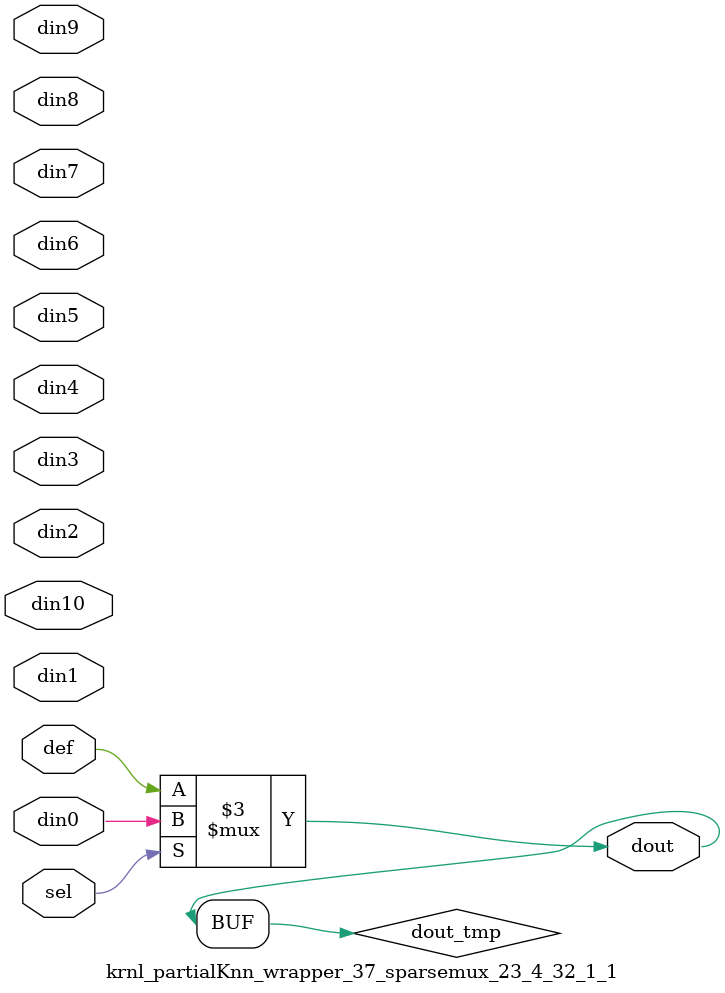
<source format=v>
`timescale 1 ns / 1 ps
module krnl_partialKnn_wrapper_37_sparsemux_23_4_32_1_1 (din0,din1,din2,din3,din4,din5,din6,din7,din8,din9,din10,def,sel,dout);
parameter din0_WIDTH = 1;
parameter din1_WIDTH = 1;
parameter din2_WIDTH = 1;
parameter din3_WIDTH = 1;
parameter din4_WIDTH = 1;
parameter din5_WIDTH = 1;
parameter din6_WIDTH = 1;
parameter din7_WIDTH = 1;
parameter din8_WIDTH = 1;
parameter din9_WIDTH = 1;
parameter din10_WIDTH = 1;
parameter def_WIDTH = 1;
parameter sel_WIDTH = 1;
parameter dout_WIDTH = 1;
parameter [sel_WIDTH-1:0] CASE0 = 1;
parameter [sel_WIDTH-1:0] CASE1 = 1;
parameter [sel_WIDTH-1:0] CASE2 = 1;
parameter [sel_WIDTH-1:0] CASE3 = 1;
parameter [sel_WIDTH-1:0] CASE4 = 1;
parameter [sel_WIDTH-1:0] CASE5 = 1;
parameter [sel_WIDTH-1:0] CASE6 = 1;
parameter [sel_WIDTH-1:0] CASE7 = 1;
parameter [sel_WIDTH-1:0] CASE8 = 1;
parameter [sel_WIDTH-1:0] CASE9 = 1;
parameter [sel_WIDTH-1:0] CASE10 = 1;
parameter ID = 1;
parameter NUM_STAGE = 1;
input [din0_WIDTH-1:0] din0;
input [din1_WIDTH-1:0] din1;
input [din2_WIDTH-1:0] din2;
input [din3_WIDTH-1:0] din3;
input [din4_WIDTH-1:0] din4;
input [din5_WIDTH-1:0] din5;
input [din6_WIDTH-1:0] din6;
input [din7_WIDTH-1:0] din7;
input [din8_WIDTH-1:0] din8;
input [din9_WIDTH-1:0] din9;
input [din10_WIDTH-1:0] din10;
input [def_WIDTH-1:0] def;
input [sel_WIDTH-1:0] sel;
output [dout_WIDTH-1:0] dout;
reg [dout_WIDTH-1:0] dout_tmp;
always @ (*) begin
case (sel)
    
    CASE0 : dout_tmp = din0;
    
    CASE1 : dout_tmp = din1;
    
    CASE2 : dout_tmp = din2;
    
    CASE3 : dout_tmp = din3;
    
    CASE4 : dout_tmp = din4;
    
    CASE5 : dout_tmp = din5;
    
    CASE6 : dout_tmp = din6;
    
    CASE7 : dout_tmp = din7;
    
    CASE8 : dout_tmp = din8;
    
    CASE9 : dout_tmp = din9;
    
    CASE10 : dout_tmp = din10;
    
    default : dout_tmp = def;
endcase
end
assign dout = dout_tmp;
endmodule
</source>
